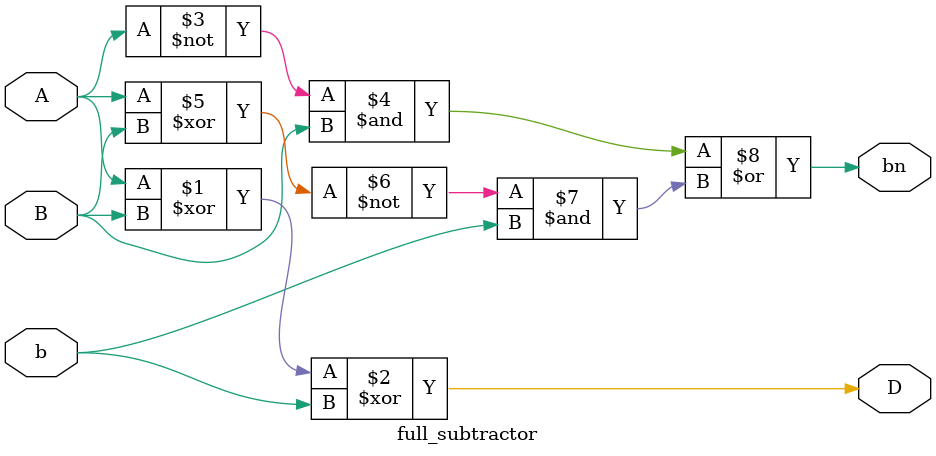
<source format=v>
`timescale 1ns / 1ps


module full_subtractor(
    input A, B, b,
    output D, bn
    );
    assign D =  (A^B)^b;
    assign bn = ((~A)&B)|((~(A^B))&b);
endmodule

</source>
